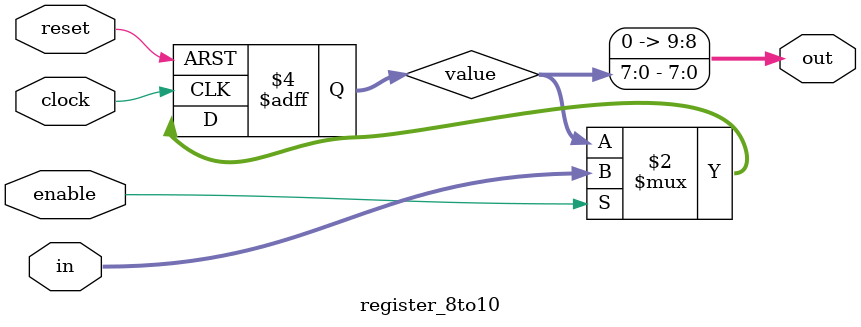
<source format=v>
module register_8to10(
	clock,
	reset,
	enable,
	in,
	out
	);

	parameter DATAWIDTH = 8;
	
	input clock, reset, enable;
	input  [DATAWIDTH-1:0] in;

	reg [DATAWIDTH-1:0] value;

	output [DATAWIDTH+1:0] out;

	assign out = {2'b00, value};

	always @ (posedge clock or posedge reset)
	if (reset) begin
 		value <= 8'b0;
	end else if (enable) begin 
  		value <= in;
	end 

endmodule

</source>
